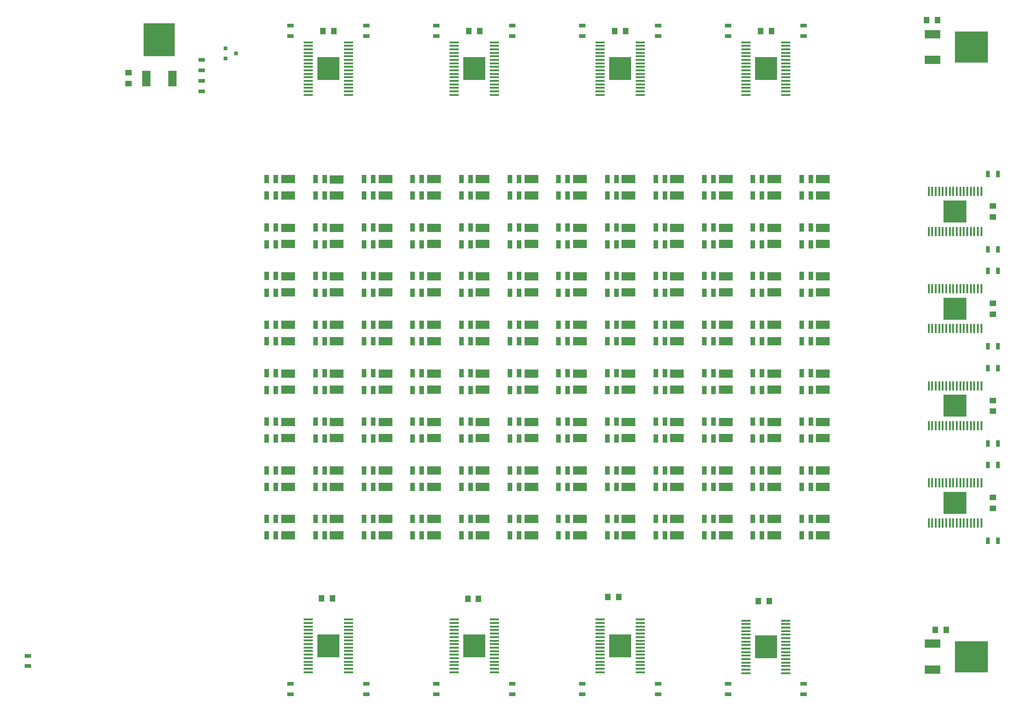
<source format=gbr>
G04 #@! TF.FileFunction,Paste,Top*
%FSLAX46Y46*%
G04 Gerber Fmt 4.6, Leading zero omitted, Abs format (unit mm)*
G04 Created by KiCad (PCBNEW 4.0.2-stable) date Monday, November 12, 2018 'PMt' 10:07:05 PM*
%MOMM*%
G01*
G04 APERTURE LIST*
%ADD10C,0.100000*%
%ADD11R,1.000000X1.250000*%
%ADD12R,1.250000X1.000000*%
%ADD13R,2.600000X1.500000*%
%ADD14R,0.900000X1.500000*%
%ADD15R,1.300000X0.700000*%
%ADD16R,0.700000X1.300000*%
%ADD17R,4.110000X4.360000*%
%ADD18R,1.800000X0.300000*%
%ADD19R,4.360000X4.110000*%
%ADD20R,0.300000X1.800000*%
%ADD21R,5.800000X6.200000*%
%ADD22R,1.600000X3.000000*%
%ADD23R,6.200000X5.800000*%
%ADD24R,3.000000X1.600000*%
%ADD25R,0.800100X0.800100*%
G04 APERTURE END LIST*
D10*
D11*
X136790000Y-176270000D03*
X134790000Y-176270000D03*
X164000000Y-71000000D03*
X162000000Y-71000000D03*
X137000000Y-71000000D03*
X135000000Y-71000000D03*
X109740000Y-176190000D03*
X107740000Y-176190000D03*
X191000000Y-71000000D03*
X189000000Y-71000000D03*
X110000000Y-71000000D03*
X108000000Y-71000000D03*
D12*
X72025000Y-80775000D03*
X72025000Y-78775000D03*
X232000000Y-105500000D03*
X232000000Y-103500000D03*
D11*
X190620000Y-176730000D03*
X188620000Y-176730000D03*
X162750000Y-175940000D03*
X160750000Y-175940000D03*
D12*
X232000000Y-123500000D03*
X232000000Y-121500000D03*
X232000000Y-159500000D03*
X232000000Y-157500000D03*
X232000000Y-141500000D03*
X232000000Y-139500000D03*
D13*
X101550000Y-101500000D03*
X101550000Y-98500000D03*
D14*
X99300000Y-101550000D03*
X99300000Y-98450000D03*
X97600000Y-98450000D03*
X97600000Y-101550000D03*
D13*
X101550000Y-110500000D03*
X101550000Y-107500000D03*
D14*
X99300000Y-110550000D03*
X99300000Y-107450000D03*
X97600000Y-107450000D03*
X97600000Y-110550000D03*
D13*
X101550000Y-119500000D03*
X101550000Y-116500000D03*
D14*
X99300000Y-119550000D03*
X99300000Y-116450000D03*
X97600000Y-116450000D03*
X97600000Y-119550000D03*
D13*
X101550000Y-128500000D03*
X101550000Y-125500000D03*
D14*
X99300000Y-128550000D03*
X99300000Y-125450000D03*
X97600000Y-125450000D03*
X97600000Y-128550000D03*
D13*
X101550000Y-137500000D03*
X101550000Y-134500000D03*
D14*
X99300000Y-137550000D03*
X99300000Y-134450000D03*
X97600000Y-134450000D03*
X97600000Y-137550000D03*
D13*
X101550000Y-146500000D03*
X101550000Y-143500000D03*
D14*
X99300000Y-146550000D03*
X99300000Y-143450000D03*
X97600000Y-143450000D03*
X97600000Y-146550000D03*
D13*
X101550000Y-155500000D03*
X101550000Y-152500000D03*
D14*
X99300000Y-155550000D03*
X99300000Y-152450000D03*
X97600000Y-152450000D03*
X97600000Y-155550000D03*
D13*
X101550000Y-164500000D03*
X101550000Y-161500000D03*
D14*
X99300000Y-164550000D03*
X99300000Y-161450000D03*
X97600000Y-161450000D03*
X97600000Y-164550000D03*
D13*
X110550000Y-101525000D03*
X110550000Y-98525000D03*
D14*
X108300000Y-101550000D03*
X108300000Y-98450000D03*
X106600000Y-98450000D03*
X106600000Y-101550000D03*
D13*
X110550000Y-110500000D03*
X110550000Y-107500000D03*
D14*
X108300000Y-110550000D03*
X108300000Y-107450000D03*
X106600000Y-107450000D03*
X106600000Y-110550000D03*
D13*
X110550000Y-119500000D03*
X110550000Y-116500000D03*
D14*
X108300000Y-119550000D03*
X108300000Y-116450000D03*
X106600000Y-116450000D03*
X106600000Y-119550000D03*
D13*
X110550000Y-128500000D03*
X110550000Y-125500000D03*
D14*
X108300000Y-128550000D03*
X108300000Y-125450000D03*
X106600000Y-125450000D03*
X106600000Y-128550000D03*
D13*
X110550000Y-137500000D03*
X110550000Y-134500000D03*
D14*
X108300000Y-137550000D03*
X108300000Y-134450000D03*
X106600000Y-134450000D03*
X106600000Y-137550000D03*
D13*
X110550000Y-146500000D03*
X110550000Y-143500000D03*
D14*
X108300000Y-146550000D03*
X108300000Y-143450000D03*
X106600000Y-143450000D03*
X106600000Y-146550000D03*
D13*
X110550000Y-155500000D03*
X110550000Y-152500000D03*
D14*
X108300000Y-155550000D03*
X108300000Y-152450000D03*
X106600000Y-152450000D03*
X106600000Y-155550000D03*
D13*
X110550000Y-164500000D03*
X110550000Y-161500000D03*
D14*
X108300000Y-164550000D03*
X108300000Y-161450000D03*
X106600000Y-161450000D03*
X106600000Y-164550000D03*
D13*
X119550000Y-101500000D03*
X119550000Y-98500000D03*
D14*
X117300000Y-101550000D03*
X117300000Y-98450000D03*
X115600000Y-98450000D03*
X115600000Y-101550000D03*
D13*
X119550000Y-110500000D03*
X119550000Y-107500000D03*
D14*
X117300000Y-110550000D03*
X117300000Y-107450000D03*
X115600000Y-107450000D03*
X115600000Y-110550000D03*
D13*
X119550000Y-119500000D03*
X119550000Y-116500000D03*
D14*
X117300000Y-119550000D03*
X117300000Y-116450000D03*
X115600000Y-116450000D03*
X115600000Y-119550000D03*
D13*
X119550000Y-128500000D03*
X119550000Y-125500000D03*
D14*
X117300000Y-128550000D03*
X117300000Y-125450000D03*
X115600000Y-125450000D03*
X115600000Y-128550000D03*
D13*
X119550000Y-137500000D03*
X119550000Y-134500000D03*
D14*
X117300000Y-137550000D03*
X117300000Y-134450000D03*
X115600000Y-134450000D03*
X115600000Y-137550000D03*
D13*
X119550000Y-146500000D03*
X119550000Y-143500000D03*
D14*
X117300000Y-146550000D03*
X117300000Y-143450000D03*
X115600000Y-143450000D03*
X115600000Y-146550000D03*
D13*
X119550000Y-155500000D03*
X119550000Y-152500000D03*
D14*
X117300000Y-155550000D03*
X117300000Y-152450000D03*
X115600000Y-152450000D03*
X115600000Y-155550000D03*
D13*
X119550000Y-164500000D03*
X119550000Y-161500000D03*
D14*
X117300000Y-164550000D03*
X117300000Y-161450000D03*
X115600000Y-161450000D03*
X115600000Y-164550000D03*
D13*
X128550000Y-101500000D03*
X128550000Y-98500000D03*
D14*
X126300000Y-101550000D03*
X126300000Y-98450000D03*
X124600000Y-98450000D03*
X124600000Y-101550000D03*
D13*
X128550000Y-110500000D03*
X128550000Y-107500000D03*
D14*
X126300000Y-110550000D03*
X126300000Y-107450000D03*
X124600000Y-107450000D03*
X124600000Y-110550000D03*
D13*
X128550000Y-119500000D03*
X128550000Y-116500000D03*
D14*
X126300000Y-119550000D03*
X126300000Y-116450000D03*
X124600000Y-116450000D03*
X124600000Y-119550000D03*
D13*
X128550000Y-128500000D03*
X128550000Y-125500000D03*
D14*
X126300000Y-128550000D03*
X126300000Y-125450000D03*
X124600000Y-125450000D03*
X124600000Y-128550000D03*
D13*
X128550000Y-137500000D03*
X128550000Y-134500000D03*
D14*
X126300000Y-137550000D03*
X126300000Y-134450000D03*
X124600000Y-134450000D03*
X124600000Y-137550000D03*
D13*
X128550000Y-146500000D03*
X128550000Y-143500000D03*
D14*
X126300000Y-146550000D03*
X126300000Y-143450000D03*
X124600000Y-143450000D03*
X124600000Y-146550000D03*
D13*
X128550000Y-155500000D03*
X128550000Y-152500000D03*
D14*
X126300000Y-155550000D03*
X126300000Y-152450000D03*
X124600000Y-152450000D03*
X124600000Y-155550000D03*
D13*
X128550000Y-164500000D03*
X128550000Y-161500000D03*
D14*
X126300000Y-164550000D03*
X126300000Y-161450000D03*
X124600000Y-161450000D03*
X124600000Y-164550000D03*
D13*
X137550000Y-101500000D03*
X137550000Y-98500000D03*
D14*
X135300000Y-101550000D03*
X135300000Y-98450000D03*
X133600000Y-98450000D03*
X133600000Y-101550000D03*
D13*
X137550000Y-110500000D03*
X137550000Y-107500000D03*
D14*
X135300000Y-110550000D03*
X135300000Y-107450000D03*
X133600000Y-107450000D03*
X133600000Y-110550000D03*
D13*
X137550000Y-119500000D03*
X137550000Y-116500000D03*
D14*
X135300000Y-119550000D03*
X135300000Y-116450000D03*
X133600000Y-116450000D03*
X133600000Y-119550000D03*
D13*
X137550000Y-128500000D03*
X137550000Y-125500000D03*
D14*
X135300000Y-128550000D03*
X135300000Y-125450000D03*
X133600000Y-125450000D03*
X133600000Y-128550000D03*
D13*
X137550000Y-137500000D03*
X137550000Y-134500000D03*
D14*
X135300000Y-137550000D03*
X135300000Y-134450000D03*
X133600000Y-134450000D03*
X133600000Y-137550000D03*
D13*
X137550000Y-146500000D03*
X137550000Y-143500000D03*
D14*
X135300000Y-146550000D03*
X135300000Y-143450000D03*
X133600000Y-143450000D03*
X133600000Y-146550000D03*
D13*
X137550000Y-155500000D03*
X137550000Y-152500000D03*
D14*
X135300000Y-155550000D03*
X135300000Y-152450000D03*
X133600000Y-152450000D03*
X133600000Y-155550000D03*
D13*
X137550000Y-164500000D03*
X137550000Y-161500000D03*
D14*
X135300000Y-164550000D03*
X135300000Y-161450000D03*
X133600000Y-161450000D03*
X133600000Y-164550000D03*
D13*
X146550000Y-101500000D03*
X146550000Y-98500000D03*
D14*
X144300000Y-101550000D03*
X144300000Y-98450000D03*
X142600000Y-98450000D03*
X142600000Y-101550000D03*
D13*
X146550000Y-110500000D03*
X146550000Y-107500000D03*
D14*
X144300000Y-110550000D03*
X144300000Y-107450000D03*
X142600000Y-107450000D03*
X142600000Y-110550000D03*
D13*
X146550000Y-119500000D03*
X146550000Y-116500000D03*
D14*
X144300000Y-119550000D03*
X144300000Y-116450000D03*
X142600000Y-116450000D03*
X142600000Y-119550000D03*
D13*
X146550000Y-128500000D03*
X146550000Y-125500000D03*
D14*
X144300000Y-128550000D03*
X144300000Y-125450000D03*
X142600000Y-125450000D03*
X142600000Y-128550000D03*
D13*
X146550000Y-137500000D03*
X146550000Y-134500000D03*
D14*
X144300000Y-137550000D03*
X144300000Y-134450000D03*
X142600000Y-134450000D03*
X142600000Y-137550000D03*
D13*
X146550000Y-146500000D03*
X146550000Y-143500000D03*
D14*
X144300000Y-146550000D03*
X144300000Y-143450000D03*
X142600000Y-143450000D03*
X142600000Y-146550000D03*
D13*
X146550000Y-155500000D03*
X146550000Y-152500000D03*
D14*
X144300000Y-155550000D03*
X144300000Y-152450000D03*
X142600000Y-152450000D03*
X142600000Y-155550000D03*
D13*
X146550000Y-164500000D03*
X146550000Y-161500000D03*
D14*
X144300000Y-164550000D03*
X144300000Y-161450000D03*
X142600000Y-161450000D03*
X142600000Y-164550000D03*
D13*
X155550000Y-101500000D03*
X155550000Y-98500000D03*
D14*
X153300000Y-101550000D03*
X153300000Y-98450000D03*
X151600000Y-98450000D03*
X151600000Y-101550000D03*
D13*
X155550000Y-110500000D03*
X155550000Y-107500000D03*
D14*
X153300000Y-110550000D03*
X153300000Y-107450000D03*
X151600000Y-107450000D03*
X151600000Y-110550000D03*
D13*
X155550000Y-119500000D03*
X155550000Y-116500000D03*
D14*
X153300000Y-119550000D03*
X153300000Y-116450000D03*
X151600000Y-116450000D03*
X151600000Y-119550000D03*
D13*
X155550000Y-128500000D03*
X155550000Y-125500000D03*
D14*
X153300000Y-128550000D03*
X153300000Y-125450000D03*
X151600000Y-125450000D03*
X151600000Y-128550000D03*
D13*
X155550000Y-137500000D03*
X155550000Y-134500000D03*
D14*
X153300000Y-137550000D03*
X153300000Y-134450000D03*
X151600000Y-134450000D03*
X151600000Y-137550000D03*
D13*
X155550000Y-146500000D03*
X155550000Y-143500000D03*
D14*
X153300000Y-146550000D03*
X153300000Y-143450000D03*
X151600000Y-143450000D03*
X151600000Y-146550000D03*
D13*
X155550000Y-155500000D03*
X155550000Y-152500000D03*
D14*
X153300000Y-155550000D03*
X153300000Y-152450000D03*
X151600000Y-152450000D03*
X151600000Y-155550000D03*
D13*
X155550000Y-164500000D03*
X155550000Y-161500000D03*
D14*
X153300000Y-164550000D03*
X153300000Y-161450000D03*
X151600000Y-161450000D03*
X151600000Y-164550000D03*
D13*
X164550000Y-101500000D03*
X164550000Y-98500000D03*
D14*
X162300000Y-101550000D03*
X162300000Y-98450000D03*
X160600000Y-98450000D03*
X160600000Y-101550000D03*
D13*
X164550000Y-110500000D03*
X164550000Y-107500000D03*
D14*
X162300000Y-110550000D03*
X162300000Y-107450000D03*
X160600000Y-107450000D03*
X160600000Y-110550000D03*
D13*
X164550000Y-119500000D03*
X164550000Y-116500000D03*
D14*
X162300000Y-119550000D03*
X162300000Y-116450000D03*
X160600000Y-116450000D03*
X160600000Y-119550000D03*
D13*
X164550000Y-128500000D03*
X164550000Y-125500000D03*
D14*
X162300000Y-128550000D03*
X162300000Y-125450000D03*
X160600000Y-125450000D03*
X160600000Y-128550000D03*
D13*
X164550000Y-137500000D03*
X164550000Y-134500000D03*
D14*
X162300000Y-137550000D03*
X162300000Y-134450000D03*
X160600000Y-134450000D03*
X160600000Y-137550000D03*
D13*
X164550000Y-146500000D03*
X164550000Y-143500000D03*
D14*
X162300000Y-146550000D03*
X162300000Y-143450000D03*
X160600000Y-143450000D03*
X160600000Y-146550000D03*
D13*
X164550000Y-155500000D03*
X164550000Y-152500000D03*
D14*
X162300000Y-155550000D03*
X162300000Y-152450000D03*
X160600000Y-152450000D03*
X160600000Y-155550000D03*
D13*
X164550000Y-164500000D03*
X164550000Y-161500000D03*
D14*
X162300000Y-164550000D03*
X162300000Y-161450000D03*
X160600000Y-161450000D03*
X160600000Y-164550000D03*
D13*
X173550000Y-101500000D03*
X173550000Y-98500000D03*
D14*
X171300000Y-101550000D03*
X171300000Y-98450000D03*
X169600000Y-98450000D03*
X169600000Y-101550000D03*
D13*
X173550000Y-110500000D03*
X173550000Y-107500000D03*
D14*
X171300000Y-110550000D03*
X171300000Y-107450000D03*
X169600000Y-107450000D03*
X169600000Y-110550000D03*
D13*
X173550000Y-119500000D03*
X173550000Y-116500000D03*
D14*
X171300000Y-119550000D03*
X171300000Y-116450000D03*
X169600000Y-116450000D03*
X169600000Y-119550000D03*
D13*
X173550000Y-128500000D03*
X173550000Y-125500000D03*
D14*
X171300000Y-128550000D03*
X171300000Y-125450000D03*
X169600000Y-125450000D03*
X169600000Y-128550000D03*
D13*
X173550000Y-137500000D03*
X173550000Y-134500000D03*
D14*
X171300000Y-137550000D03*
X171300000Y-134450000D03*
X169600000Y-134450000D03*
X169600000Y-137550000D03*
D13*
X173550000Y-146500000D03*
X173550000Y-143500000D03*
D14*
X171300000Y-146550000D03*
X171300000Y-143450000D03*
X169600000Y-143450000D03*
X169600000Y-146550000D03*
D13*
X173550000Y-155500000D03*
X173550000Y-152500000D03*
D14*
X171300000Y-155550000D03*
X171300000Y-152450000D03*
X169600000Y-152450000D03*
X169600000Y-155550000D03*
D13*
X173550000Y-164500000D03*
X173550000Y-161500000D03*
D14*
X171300000Y-164550000D03*
X171300000Y-161450000D03*
X169600000Y-161450000D03*
X169600000Y-164550000D03*
D13*
X182550000Y-101500000D03*
X182550000Y-98500000D03*
D14*
X180300000Y-101550000D03*
X180300000Y-98450000D03*
X178600000Y-98450000D03*
X178600000Y-101550000D03*
D13*
X182550000Y-110500000D03*
X182550000Y-107500000D03*
D14*
X180300000Y-110550000D03*
X180300000Y-107450000D03*
X178600000Y-107450000D03*
X178600000Y-110550000D03*
D13*
X182550000Y-119500000D03*
X182550000Y-116500000D03*
D14*
X180300000Y-119550000D03*
X180300000Y-116450000D03*
X178600000Y-116450000D03*
X178600000Y-119550000D03*
D13*
X182550000Y-128500000D03*
X182550000Y-125500000D03*
D14*
X180300000Y-128550000D03*
X180300000Y-125450000D03*
X178600000Y-125450000D03*
X178600000Y-128550000D03*
D13*
X182550000Y-137500000D03*
X182550000Y-134500000D03*
D14*
X180300000Y-137550000D03*
X180300000Y-134450000D03*
X178600000Y-134450000D03*
X178600000Y-137550000D03*
D13*
X182550000Y-146500000D03*
X182550000Y-143500000D03*
D14*
X180300000Y-146550000D03*
X180300000Y-143450000D03*
X178600000Y-143450000D03*
X178600000Y-146550000D03*
D13*
X182550000Y-155500000D03*
X182550000Y-152500000D03*
D14*
X180300000Y-155550000D03*
X180300000Y-152450000D03*
X178600000Y-152450000D03*
X178600000Y-155550000D03*
D13*
X182550000Y-164500000D03*
X182550000Y-161500000D03*
D14*
X180300000Y-164550000D03*
X180300000Y-161450000D03*
X178600000Y-161450000D03*
X178600000Y-164550000D03*
D13*
X191550000Y-101500000D03*
X191550000Y-98500000D03*
D14*
X189300000Y-101550000D03*
X189300000Y-98450000D03*
X187600000Y-98450000D03*
X187600000Y-101550000D03*
D13*
X191550000Y-110500000D03*
X191550000Y-107500000D03*
D14*
X189300000Y-110550000D03*
X189300000Y-107450000D03*
X187600000Y-107450000D03*
X187600000Y-110550000D03*
D13*
X191550000Y-119500000D03*
X191550000Y-116500000D03*
D14*
X189300000Y-119550000D03*
X189300000Y-116450000D03*
X187600000Y-116450000D03*
X187600000Y-119550000D03*
D13*
X191550000Y-128500000D03*
X191550000Y-125500000D03*
D14*
X189300000Y-128550000D03*
X189300000Y-125450000D03*
X187600000Y-125450000D03*
X187600000Y-128550000D03*
D13*
X191550000Y-137500000D03*
X191550000Y-134500000D03*
D14*
X189300000Y-137550000D03*
X189300000Y-134450000D03*
X187600000Y-134450000D03*
X187600000Y-137550000D03*
D13*
X191550000Y-146500000D03*
X191550000Y-143500000D03*
D14*
X189300000Y-146550000D03*
X189300000Y-143450000D03*
X187600000Y-143450000D03*
X187600000Y-146550000D03*
D13*
X191550000Y-155500000D03*
X191550000Y-152500000D03*
D14*
X189300000Y-155550000D03*
X189300000Y-152450000D03*
X187600000Y-152450000D03*
X187600000Y-155550000D03*
D13*
X191550000Y-164500000D03*
X191550000Y-161500000D03*
D14*
X189300000Y-164550000D03*
X189300000Y-161450000D03*
X187600000Y-161450000D03*
X187600000Y-164550000D03*
D13*
X200550000Y-101500000D03*
X200550000Y-98500000D03*
D14*
X198300000Y-101550000D03*
X198300000Y-98450000D03*
X196600000Y-98450000D03*
X196600000Y-101550000D03*
D13*
X200550000Y-110500000D03*
X200550000Y-107500000D03*
D14*
X198300000Y-110550000D03*
X198300000Y-107450000D03*
X196600000Y-107450000D03*
X196600000Y-110550000D03*
D13*
X200550000Y-119500000D03*
X200550000Y-116500000D03*
D14*
X198300000Y-119550000D03*
X198300000Y-116450000D03*
X196600000Y-116450000D03*
X196600000Y-119550000D03*
D13*
X200550000Y-128500000D03*
X200550000Y-125500000D03*
D14*
X198300000Y-128550000D03*
X198300000Y-125450000D03*
X196600000Y-125450000D03*
X196600000Y-128550000D03*
D13*
X200550000Y-137500000D03*
X200550000Y-134500000D03*
D14*
X198300000Y-137550000D03*
X198300000Y-134450000D03*
X196600000Y-134450000D03*
X196600000Y-137550000D03*
D13*
X200550000Y-146500000D03*
X200550000Y-143500000D03*
D14*
X198300000Y-146550000D03*
X198300000Y-143450000D03*
X196600000Y-143450000D03*
X196600000Y-146550000D03*
D13*
X200550000Y-155500000D03*
X200550000Y-152500000D03*
D14*
X198300000Y-155550000D03*
X198300000Y-152450000D03*
X196600000Y-152450000D03*
X196600000Y-155550000D03*
D13*
X200550000Y-164500000D03*
X200550000Y-161500000D03*
D14*
X198300000Y-164550000D03*
X198300000Y-161450000D03*
X196600000Y-161450000D03*
X196600000Y-164550000D03*
D15*
X85525000Y-82200000D03*
X85525000Y-80300000D03*
X85525000Y-78300000D03*
X85525000Y-76400000D03*
X102000000Y-70050000D03*
X102000000Y-71950000D03*
X116000000Y-70050000D03*
X116000000Y-71950000D03*
X129000000Y-70050000D03*
X129000000Y-71950000D03*
X143000000Y-70050000D03*
X143000000Y-71950000D03*
X156000000Y-70050000D03*
X156000000Y-71950000D03*
X170000000Y-70050000D03*
X170000000Y-71950000D03*
X183000000Y-70050000D03*
X183000000Y-71950000D03*
X197000000Y-70050000D03*
X197000000Y-71950000D03*
X102000000Y-193950000D03*
X102000000Y-192050000D03*
X116000000Y-193950000D03*
X116000000Y-192050000D03*
X129000000Y-193950000D03*
X129000000Y-192050000D03*
X143000000Y-193950000D03*
X143000000Y-192050000D03*
X156000000Y-193950000D03*
X156000000Y-192050000D03*
X170000000Y-193950000D03*
X170000000Y-192050000D03*
X183000000Y-193950000D03*
X183000000Y-192050000D03*
X197000000Y-193950000D03*
X197000000Y-192050000D03*
D16*
X232950000Y-97500000D03*
X231050000Y-97500000D03*
X232950000Y-111500000D03*
X231050000Y-111500000D03*
X232950000Y-115500000D03*
X231050000Y-115500000D03*
X232950000Y-129500000D03*
X231050000Y-129500000D03*
X232950000Y-133500000D03*
X231050000Y-133500000D03*
X232950000Y-147500000D03*
X231050000Y-147500000D03*
X232950000Y-151500000D03*
X231050000Y-151500000D03*
X232950000Y-165500000D03*
X231050000Y-165500000D03*
D17*
X109000000Y-78000000D03*
D18*
X105300000Y-73125000D03*
X105300000Y-73775000D03*
X105300000Y-74425000D03*
X105300000Y-75075000D03*
X105300000Y-75725000D03*
X105300000Y-76375000D03*
X105300000Y-77025000D03*
X105300000Y-77675000D03*
X105300000Y-78325000D03*
X105300000Y-78975000D03*
X105300000Y-79625000D03*
X105300000Y-80275000D03*
X105300000Y-80925000D03*
X105300000Y-81575000D03*
X105300000Y-82225000D03*
X105300000Y-82875000D03*
X112700000Y-73125000D03*
X112700000Y-73775000D03*
X112700000Y-74425000D03*
X112700000Y-75075000D03*
X112700000Y-75725000D03*
X112700000Y-76375000D03*
X112700000Y-77025000D03*
X112700000Y-77675000D03*
X112700000Y-78325000D03*
X112700000Y-78975000D03*
X112700000Y-79625000D03*
X112700000Y-80275000D03*
X112700000Y-80925000D03*
X112700000Y-81575000D03*
X112700000Y-82225000D03*
X112700000Y-82875000D03*
D17*
X136000000Y-78000000D03*
D18*
X132300000Y-73125000D03*
X132300000Y-73775000D03*
X132300000Y-74425000D03*
X132300000Y-75075000D03*
X132300000Y-75725000D03*
X132300000Y-76375000D03*
X132300000Y-77025000D03*
X132300000Y-77675000D03*
X132300000Y-78325000D03*
X132300000Y-78975000D03*
X132300000Y-79625000D03*
X132300000Y-80275000D03*
X132300000Y-80925000D03*
X132300000Y-81575000D03*
X132300000Y-82225000D03*
X132300000Y-82875000D03*
X139700000Y-73125000D03*
X139700000Y-73775000D03*
X139700000Y-74425000D03*
X139700000Y-75075000D03*
X139700000Y-75725000D03*
X139700000Y-76375000D03*
X139700000Y-77025000D03*
X139700000Y-77675000D03*
X139700000Y-78325000D03*
X139700000Y-78975000D03*
X139700000Y-79625000D03*
X139700000Y-80275000D03*
X139700000Y-80925000D03*
X139700000Y-81575000D03*
X139700000Y-82225000D03*
X139700000Y-82875000D03*
D17*
X163000000Y-78000000D03*
D18*
X159300000Y-73125000D03*
X159300000Y-73775000D03*
X159300000Y-74425000D03*
X159300000Y-75075000D03*
X159300000Y-75725000D03*
X159300000Y-76375000D03*
X159300000Y-77025000D03*
X159300000Y-77675000D03*
X159300000Y-78325000D03*
X159300000Y-78975000D03*
X159300000Y-79625000D03*
X159300000Y-80275000D03*
X159300000Y-80925000D03*
X159300000Y-81575000D03*
X159300000Y-82225000D03*
X159300000Y-82875000D03*
X166700000Y-73125000D03*
X166700000Y-73775000D03*
X166700000Y-74425000D03*
X166700000Y-75075000D03*
X166700000Y-75725000D03*
X166700000Y-76375000D03*
X166700000Y-77025000D03*
X166700000Y-77675000D03*
X166700000Y-78325000D03*
X166700000Y-78975000D03*
X166700000Y-79625000D03*
X166700000Y-80275000D03*
X166700000Y-80925000D03*
X166700000Y-81575000D03*
X166700000Y-82225000D03*
X166700000Y-82875000D03*
D17*
X190000000Y-78000000D03*
D18*
X186300000Y-73125000D03*
X186300000Y-73775000D03*
X186300000Y-74425000D03*
X186300000Y-75075000D03*
X186300000Y-75725000D03*
X186300000Y-76375000D03*
X186300000Y-77025000D03*
X186300000Y-77675000D03*
X186300000Y-78325000D03*
X186300000Y-78975000D03*
X186300000Y-79625000D03*
X186300000Y-80275000D03*
X186300000Y-80925000D03*
X186300000Y-81575000D03*
X186300000Y-82225000D03*
X186300000Y-82875000D03*
X193700000Y-73125000D03*
X193700000Y-73775000D03*
X193700000Y-74425000D03*
X193700000Y-75075000D03*
X193700000Y-75725000D03*
X193700000Y-76375000D03*
X193700000Y-77025000D03*
X193700000Y-77675000D03*
X193700000Y-78325000D03*
X193700000Y-78975000D03*
X193700000Y-79625000D03*
X193700000Y-80275000D03*
X193700000Y-80925000D03*
X193700000Y-81575000D03*
X193700000Y-82225000D03*
X193700000Y-82875000D03*
D17*
X109000000Y-185000000D03*
D18*
X105300000Y-180125000D03*
X105300000Y-180775000D03*
X105300000Y-181425000D03*
X105300000Y-182075000D03*
X105300000Y-182725000D03*
X105300000Y-183375000D03*
X105300000Y-184025000D03*
X105300000Y-184675000D03*
X105300000Y-185325000D03*
X105300000Y-185975000D03*
X105300000Y-186625000D03*
X105300000Y-187275000D03*
X105300000Y-187925000D03*
X105300000Y-188575000D03*
X105300000Y-189225000D03*
X105300000Y-189875000D03*
X112700000Y-180125000D03*
X112700000Y-180775000D03*
X112700000Y-181425000D03*
X112700000Y-182075000D03*
X112700000Y-182725000D03*
X112700000Y-183375000D03*
X112700000Y-184025000D03*
X112700000Y-184675000D03*
X112700000Y-185325000D03*
X112700000Y-185975000D03*
X112700000Y-186625000D03*
X112700000Y-187275000D03*
X112700000Y-187925000D03*
X112700000Y-188575000D03*
X112700000Y-189225000D03*
X112700000Y-189875000D03*
D17*
X136000000Y-185005000D03*
D18*
X132300000Y-180130000D03*
X132300000Y-180780000D03*
X132300000Y-181430000D03*
X132300000Y-182080000D03*
X132300000Y-182730000D03*
X132300000Y-183380000D03*
X132300000Y-184030000D03*
X132300000Y-184680000D03*
X132300000Y-185330000D03*
X132300000Y-185980000D03*
X132300000Y-186630000D03*
X132300000Y-187280000D03*
X132300000Y-187930000D03*
X132300000Y-188580000D03*
X132300000Y-189230000D03*
X132300000Y-189880000D03*
X139700000Y-180130000D03*
X139700000Y-180780000D03*
X139700000Y-181430000D03*
X139700000Y-182080000D03*
X139700000Y-182730000D03*
X139700000Y-183380000D03*
X139700000Y-184030000D03*
X139700000Y-184680000D03*
X139700000Y-185330000D03*
X139700000Y-185980000D03*
X139700000Y-186630000D03*
X139700000Y-187280000D03*
X139700000Y-187930000D03*
X139700000Y-188580000D03*
X139700000Y-189230000D03*
X139700000Y-189880000D03*
D17*
X163010000Y-185005000D03*
D18*
X159310000Y-180130000D03*
X159310000Y-180780000D03*
X159310000Y-181430000D03*
X159310000Y-182080000D03*
X159310000Y-182730000D03*
X159310000Y-183380000D03*
X159310000Y-184030000D03*
X159310000Y-184680000D03*
X159310000Y-185330000D03*
X159310000Y-185980000D03*
X159310000Y-186630000D03*
X159310000Y-187280000D03*
X159310000Y-187930000D03*
X159310000Y-188580000D03*
X159310000Y-189230000D03*
X159310000Y-189880000D03*
X166710000Y-180130000D03*
X166710000Y-180780000D03*
X166710000Y-181430000D03*
X166710000Y-182080000D03*
X166710000Y-182730000D03*
X166710000Y-183380000D03*
X166710000Y-184030000D03*
X166710000Y-184680000D03*
X166710000Y-185330000D03*
X166710000Y-185980000D03*
X166710000Y-186630000D03*
X166710000Y-187280000D03*
X166710000Y-187930000D03*
X166710000Y-188580000D03*
X166710000Y-189230000D03*
X166710000Y-189880000D03*
D17*
X189990000Y-185185000D03*
D18*
X186290000Y-180310000D03*
X186290000Y-180960000D03*
X186290000Y-181610000D03*
X186290000Y-182260000D03*
X186290000Y-182910000D03*
X186290000Y-183560000D03*
X186290000Y-184210000D03*
X186290000Y-184860000D03*
X186290000Y-185510000D03*
X186290000Y-186160000D03*
X186290000Y-186810000D03*
X186290000Y-187460000D03*
X186290000Y-188110000D03*
X186290000Y-188760000D03*
X186290000Y-189410000D03*
X186290000Y-190060000D03*
X193690000Y-180310000D03*
X193690000Y-180960000D03*
X193690000Y-181610000D03*
X193690000Y-182260000D03*
X193690000Y-182910000D03*
X193690000Y-183560000D03*
X193690000Y-184210000D03*
X193690000Y-184860000D03*
X193690000Y-185510000D03*
X193690000Y-186160000D03*
X193690000Y-186810000D03*
X193690000Y-187460000D03*
X193690000Y-188110000D03*
X193690000Y-188760000D03*
X193690000Y-189410000D03*
X193690000Y-190060000D03*
D19*
X225000000Y-104500000D03*
D20*
X229875000Y-100800000D03*
X229225000Y-100800000D03*
X228575000Y-100800000D03*
X227925000Y-100800000D03*
X227275000Y-100800000D03*
X226625000Y-100800000D03*
X225975000Y-100800000D03*
X225325000Y-100800000D03*
X224675000Y-100800000D03*
X224025000Y-100800000D03*
X223375000Y-100800000D03*
X222725000Y-100800000D03*
X222075000Y-100800000D03*
X221425000Y-100800000D03*
X220775000Y-100800000D03*
X220125000Y-100800000D03*
X229875000Y-108200000D03*
X229225000Y-108200000D03*
X228575000Y-108200000D03*
X227925000Y-108200000D03*
X227275000Y-108200000D03*
X226625000Y-108200000D03*
X225975000Y-108200000D03*
X225325000Y-108200000D03*
X224675000Y-108200000D03*
X224025000Y-108200000D03*
X223375000Y-108200000D03*
X222725000Y-108200000D03*
X222075000Y-108200000D03*
X221425000Y-108200000D03*
X220775000Y-108200000D03*
X220125000Y-108200000D03*
D19*
X225000000Y-122500000D03*
D20*
X229875000Y-118800000D03*
X229225000Y-118800000D03*
X228575000Y-118800000D03*
X227925000Y-118800000D03*
X227275000Y-118800000D03*
X226625000Y-118800000D03*
X225975000Y-118800000D03*
X225325000Y-118800000D03*
X224675000Y-118800000D03*
X224025000Y-118800000D03*
X223375000Y-118800000D03*
X222725000Y-118800000D03*
X222075000Y-118800000D03*
X221425000Y-118800000D03*
X220775000Y-118800000D03*
X220125000Y-118800000D03*
X229875000Y-126200000D03*
X229225000Y-126200000D03*
X228575000Y-126200000D03*
X227925000Y-126200000D03*
X227275000Y-126200000D03*
X226625000Y-126200000D03*
X225975000Y-126200000D03*
X225325000Y-126200000D03*
X224675000Y-126200000D03*
X224025000Y-126200000D03*
X223375000Y-126200000D03*
X222725000Y-126200000D03*
X222075000Y-126200000D03*
X221425000Y-126200000D03*
X220775000Y-126200000D03*
X220125000Y-126200000D03*
D19*
X225000000Y-140500000D03*
D20*
X229875000Y-136800000D03*
X229225000Y-136800000D03*
X228575000Y-136800000D03*
X227925000Y-136800000D03*
X227275000Y-136800000D03*
X226625000Y-136800000D03*
X225975000Y-136800000D03*
X225325000Y-136800000D03*
X224675000Y-136800000D03*
X224025000Y-136800000D03*
X223375000Y-136800000D03*
X222725000Y-136800000D03*
X222075000Y-136800000D03*
X221425000Y-136800000D03*
X220775000Y-136800000D03*
X220125000Y-136800000D03*
X229875000Y-144200000D03*
X229225000Y-144200000D03*
X228575000Y-144200000D03*
X227925000Y-144200000D03*
X227275000Y-144200000D03*
X226625000Y-144200000D03*
X225975000Y-144200000D03*
X225325000Y-144200000D03*
X224675000Y-144200000D03*
X224025000Y-144200000D03*
X223375000Y-144200000D03*
X222725000Y-144200000D03*
X222075000Y-144200000D03*
X221425000Y-144200000D03*
X220775000Y-144200000D03*
X220125000Y-144200000D03*
D19*
X225000000Y-158500000D03*
D20*
X229875000Y-154800000D03*
X229225000Y-154800000D03*
X228575000Y-154800000D03*
X227925000Y-154800000D03*
X227275000Y-154800000D03*
X226625000Y-154800000D03*
X225975000Y-154800000D03*
X225325000Y-154800000D03*
X224675000Y-154800000D03*
X224025000Y-154800000D03*
X223375000Y-154800000D03*
X222725000Y-154800000D03*
X222075000Y-154800000D03*
X221425000Y-154800000D03*
X220775000Y-154800000D03*
X220125000Y-154800000D03*
X229875000Y-162200000D03*
X229225000Y-162200000D03*
X228575000Y-162200000D03*
X227925000Y-162200000D03*
X227275000Y-162200000D03*
X226625000Y-162200000D03*
X225975000Y-162200000D03*
X225325000Y-162200000D03*
X224675000Y-162200000D03*
X224025000Y-162200000D03*
X223375000Y-162200000D03*
X222725000Y-162200000D03*
X222075000Y-162200000D03*
X221425000Y-162200000D03*
X220775000Y-162200000D03*
X220125000Y-162200000D03*
D21*
X77700000Y-72625000D03*
D22*
X80085000Y-79805000D03*
X75315000Y-79805000D03*
D11*
X221350000Y-182020000D03*
X223350000Y-182020000D03*
D23*
X228000000Y-74000000D03*
D24*
X220820000Y-76385000D03*
X220820000Y-71615000D03*
D23*
X228000000Y-187000000D03*
D24*
X220820000Y-189385000D03*
X220820000Y-184615000D03*
D11*
X219750000Y-69040000D03*
X221750000Y-69040000D03*
D25*
X89924240Y-74225000D03*
X89924240Y-76125000D03*
X91923220Y-75175000D03*
D15*
X53370000Y-186850000D03*
X53370000Y-188750000D03*
M02*

</source>
